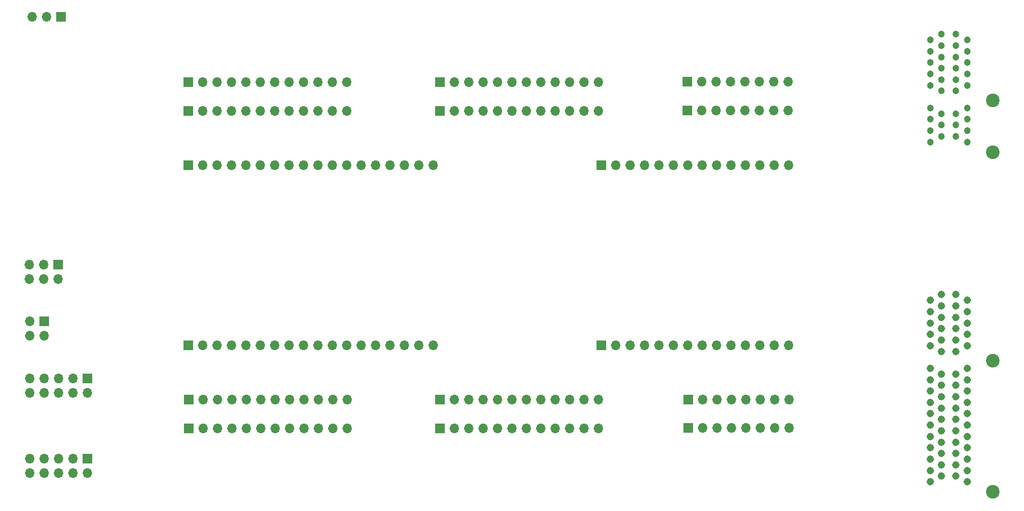
<source format=gbs>
%TF.GenerationSoftware,KiCad,Pcbnew,7.0.8*%
%TF.CreationDate,2024-09-16T14:36:25-04:00*%
%TF.ProjectId,breakout_pcie,62726561-6b6f-4757-945f-706369652e6b,rev?*%
%TF.SameCoordinates,Original*%
%TF.FileFunction,Soldermask,Bot*%
%TF.FilePolarity,Negative*%
%FSLAX46Y46*%
G04 Gerber Fmt 4.6, Leading zero omitted, Abs format (unit mm)*
G04 Created by KiCad (PCBNEW 7.0.8) date 2024-09-16 14:36:25*
%MOMM*%
%LPD*%
G01*
G04 APERTURE LIST*
%ADD10R,1.700000X1.700000*%
%ADD11O,1.700000X1.700000*%
%ADD12C,2.400000*%
%ADD13C,1.200000*%
%ADD14C,1.316000*%
G04 APERTURE END LIST*
D10*
%TO.C,J5*%
X172400000Y-80319975D03*
D11*
X174940000Y-80319975D03*
X177480000Y-80319975D03*
X180020000Y-80319975D03*
X182560000Y-80319975D03*
X185100000Y-80319975D03*
X187640000Y-80319975D03*
X190180000Y-80319975D03*
X192720000Y-80319975D03*
X195260000Y-80319975D03*
X197800000Y-80319975D03*
X200340000Y-80319975D03*
X202880000Y-80319975D03*
X205420000Y-80319975D03*
%TD*%
D10*
%TO.C,J9*%
X144000000Y-70719975D03*
D11*
X146540000Y-70719975D03*
X149080000Y-70719975D03*
X151620000Y-70719975D03*
X154160000Y-70719975D03*
X156700000Y-70719975D03*
X159240000Y-70719975D03*
X161780000Y-70719975D03*
X164320000Y-70719975D03*
X166860000Y-70719975D03*
X169400000Y-70719975D03*
X171940000Y-70719975D03*
%TD*%
D10*
%TO.C,J4*%
X99600000Y-112019975D03*
D11*
X102140000Y-112019975D03*
X104680000Y-112019975D03*
X107220000Y-112019975D03*
X109760000Y-112019975D03*
X112300000Y-112019975D03*
X114840000Y-112019975D03*
X117380000Y-112019975D03*
X119920000Y-112019975D03*
X122460000Y-112019975D03*
X125000000Y-112019975D03*
X127540000Y-112019975D03*
X130080000Y-112019975D03*
X132620000Y-112019975D03*
X135160000Y-112019975D03*
X137700000Y-112019975D03*
X140240000Y-112019975D03*
X142780000Y-112019975D03*
%TD*%
D10*
%TO.C,J16*%
X144000000Y-121619975D03*
D11*
X146540000Y-121619975D03*
X149080000Y-121619975D03*
X151620000Y-121619975D03*
X154160000Y-121619975D03*
X156700000Y-121619975D03*
X159240000Y-121619975D03*
X161780000Y-121619975D03*
X164320000Y-121619975D03*
X166860000Y-121619975D03*
X169400000Y-121619975D03*
X171940000Y-121619975D03*
%TD*%
D10*
%TO.C,J12*%
X187750000Y-126619975D03*
D11*
X190290000Y-126619975D03*
X192830000Y-126619975D03*
X195370000Y-126619975D03*
X197910000Y-126619975D03*
X200450000Y-126619975D03*
X202990000Y-126619975D03*
X205530000Y-126619975D03*
%TD*%
D10*
%TO.C,J17*%
X187600000Y-65564975D03*
D11*
X190140000Y-65564975D03*
X192680000Y-65564975D03*
X195220000Y-65564975D03*
X197760000Y-65564975D03*
X200300000Y-65564975D03*
X202840000Y-65564975D03*
X205380000Y-65564975D03*
%TD*%
D10*
%TO.C,J23*%
X81785000Y-117865000D03*
D11*
X81785000Y-120405000D03*
X79245000Y-117865000D03*
X79245000Y-120405000D03*
X76705000Y-117865000D03*
X76705000Y-120405000D03*
X74165000Y-117865000D03*
X74165000Y-120405000D03*
X71625000Y-117865000D03*
X71625000Y-120405000D03*
%TD*%
D10*
%TO.C,J8*%
X99700000Y-126699975D03*
D11*
X102240000Y-126699975D03*
X104780000Y-126699975D03*
X107320000Y-126699975D03*
X109860000Y-126699975D03*
X112400000Y-126699975D03*
X114940000Y-126699975D03*
X117480000Y-126699975D03*
X120020000Y-126699975D03*
X122560000Y-126699975D03*
X125100000Y-126699975D03*
X127640000Y-126699975D03*
%TD*%
D10*
%TO.C,J3*%
X99600000Y-80319975D03*
D11*
X102140000Y-80319975D03*
X104680000Y-80319975D03*
X107220000Y-80319975D03*
X109760000Y-80319975D03*
X112300000Y-80319975D03*
X114840000Y-80319975D03*
X117380000Y-80319975D03*
X119920000Y-80319975D03*
X122460000Y-80319975D03*
X125000000Y-80319975D03*
X127540000Y-80319975D03*
X130080000Y-80319975D03*
X132620000Y-80319975D03*
X135160000Y-80319975D03*
X137700000Y-80319975D03*
X140240000Y-80319975D03*
X142780000Y-80319975D03*
%TD*%
D10*
%TO.C,J20*%
X76640000Y-97800000D03*
D11*
X76640000Y-100340000D03*
X74100000Y-97800000D03*
X74100000Y-100340000D03*
X71560000Y-97800000D03*
X71560000Y-100340000D03*
%TD*%
D10*
%TO.C,J13*%
X99600000Y-65639975D03*
D11*
X102140000Y-65639975D03*
X104680000Y-65639975D03*
X107220000Y-65639975D03*
X109760000Y-65639975D03*
X112300000Y-65639975D03*
X114840000Y-65639975D03*
X117380000Y-65639975D03*
X119920000Y-65639975D03*
X122460000Y-65639975D03*
X125000000Y-65639975D03*
X127540000Y-65639975D03*
%TD*%
D10*
%TO.C,J11*%
X187600000Y-70644975D03*
D11*
X190140000Y-70644975D03*
X192680000Y-70644975D03*
X195220000Y-70644975D03*
X197760000Y-70644975D03*
X200300000Y-70644975D03*
X202840000Y-70644975D03*
X205380000Y-70644975D03*
%TD*%
D10*
%TO.C,J21*%
X77125000Y-54100000D03*
D11*
X74585000Y-54100000D03*
X72045000Y-54100000D03*
%TD*%
D12*
%TO.C,J1*%
X241400000Y-78000000D03*
X241400000Y-68850000D03*
D13*
X234900000Y-57200000D03*
X236900000Y-58200000D03*
X234900000Y-59200000D03*
X236900000Y-60200000D03*
X234900000Y-61200000D03*
X236900000Y-62200000D03*
X234900000Y-63200000D03*
X236900000Y-64200000D03*
X234900000Y-65200000D03*
X236900000Y-66200000D03*
X234900000Y-67200000D03*
X236900000Y-70200000D03*
X234900000Y-71200000D03*
X236900000Y-72200000D03*
X234900000Y-73200000D03*
X236900000Y-74200000D03*
X234900000Y-75200000D03*
X236900000Y-76200000D03*
X232400000Y-57200000D03*
X230400000Y-58200000D03*
X232400000Y-59200000D03*
X230400000Y-60200000D03*
X232400000Y-61200000D03*
X230400000Y-62200000D03*
X232400000Y-63200000D03*
X230400000Y-64200000D03*
X232400000Y-65200000D03*
X230400000Y-66200000D03*
X232400000Y-67200000D03*
X230400000Y-70200000D03*
X232400000Y-71200000D03*
X230400000Y-72200000D03*
X232400000Y-73200000D03*
X230400000Y-74200000D03*
X232400000Y-75200000D03*
X230400000Y-76200000D03*
%TD*%
D10*
%TO.C,J6*%
X172450000Y-111994975D03*
D11*
X174990000Y-111994975D03*
X177530000Y-111994975D03*
X180070000Y-111994975D03*
X182610000Y-111994975D03*
X185150000Y-111994975D03*
X187690000Y-111994975D03*
X190230000Y-111994975D03*
X192770000Y-111994975D03*
X195310000Y-111994975D03*
X197850000Y-111994975D03*
X200390000Y-111994975D03*
X202930000Y-111994975D03*
X205470000Y-111994975D03*
%TD*%
D10*
%TO.C,J15*%
X144000000Y-65639975D03*
D11*
X146540000Y-65639975D03*
X149080000Y-65639975D03*
X151620000Y-65639975D03*
X154160000Y-65639975D03*
X156700000Y-65639975D03*
X159240000Y-65639975D03*
X161780000Y-65639975D03*
X164320000Y-65639975D03*
X166860000Y-65639975D03*
X169400000Y-65639975D03*
X171940000Y-65639975D03*
%TD*%
D10*
%TO.C,J7*%
X99600000Y-70719975D03*
D11*
X102140000Y-70719975D03*
X104680000Y-70719975D03*
X107220000Y-70719975D03*
X109760000Y-70719975D03*
X112300000Y-70719975D03*
X114840000Y-70719975D03*
X117380000Y-70719975D03*
X119920000Y-70719975D03*
X122460000Y-70719975D03*
X125000000Y-70719975D03*
X127540000Y-70719975D03*
%TD*%
D10*
%TO.C,J19*%
X74200000Y-107800000D03*
D11*
X74200000Y-110340000D03*
X71660000Y-107800000D03*
X71660000Y-110340000D03*
%TD*%
D10*
%TO.C,J18*%
X187750000Y-121619975D03*
D11*
X190290000Y-121619975D03*
X192850000Y-121619975D03*
X195370000Y-121619975D03*
X197910000Y-121619975D03*
X200450000Y-121619975D03*
X202990000Y-121619975D03*
X205530000Y-121619975D03*
%TD*%
D10*
%TO.C,J10*%
X144000000Y-126699975D03*
D11*
X146540000Y-126699975D03*
X149080000Y-126699975D03*
X151620000Y-126699975D03*
X154160000Y-126699975D03*
X156700000Y-126699975D03*
X159240000Y-126699975D03*
X161780000Y-126699975D03*
X164320000Y-126699975D03*
X166860000Y-126699975D03*
X169400000Y-126699975D03*
X171940000Y-126699975D03*
%TD*%
D10*
%TO.C,J14*%
X99700000Y-121619975D03*
D11*
X102240000Y-121619975D03*
X104780000Y-121619975D03*
X107320000Y-121619975D03*
X109860000Y-121619975D03*
X112400000Y-121619975D03*
X114940000Y-121619975D03*
X117480000Y-121619975D03*
X120020000Y-121619975D03*
X122560000Y-121619975D03*
X125100000Y-121619975D03*
X127640000Y-121619975D03*
%TD*%
D12*
%TO.C,J2*%
X241400000Y-137900000D03*
X241400000Y-114750000D03*
D14*
X234900000Y-103100000D03*
X236900000Y-104100000D03*
X234900000Y-105100000D03*
X236900000Y-106100000D03*
X234900000Y-107100000D03*
X236900000Y-108100000D03*
X234900000Y-109100000D03*
X236900000Y-110100000D03*
X234900000Y-111100000D03*
X236900000Y-112100000D03*
X234900000Y-113100000D03*
X236900000Y-116100000D03*
X234900000Y-117100000D03*
X236900000Y-118100000D03*
X234900000Y-119100000D03*
X236900000Y-120100000D03*
X234900000Y-121100000D03*
X236900000Y-122100000D03*
X234900000Y-123100000D03*
X236900000Y-124100000D03*
X234900000Y-125100000D03*
X236900000Y-126100000D03*
X234900000Y-127100000D03*
X236900000Y-128100000D03*
X234900000Y-129100000D03*
X236900000Y-130100000D03*
X234900000Y-131100000D03*
X236900000Y-132100000D03*
X234900000Y-133100000D03*
X236900000Y-134100000D03*
X234900000Y-135100000D03*
X236900000Y-136100000D03*
X232400000Y-103100000D03*
X230400000Y-104100000D03*
X232400000Y-105100000D03*
X230400000Y-106100000D03*
X232400000Y-107100000D03*
X230400000Y-108100000D03*
X232400000Y-109100000D03*
X230400000Y-110100000D03*
X232400000Y-111100000D03*
X230400000Y-112100000D03*
X232400000Y-113100000D03*
X230400000Y-116100000D03*
X232400000Y-117100000D03*
X230400000Y-118100000D03*
X232400000Y-119100000D03*
X230400000Y-120100000D03*
X232400000Y-121100000D03*
X230400000Y-122100000D03*
X232400000Y-123100000D03*
X230400000Y-124100000D03*
X232400000Y-125100000D03*
X230400000Y-126100000D03*
X232400000Y-127100000D03*
X230400000Y-128100000D03*
X232400000Y-129100000D03*
X230400000Y-130100000D03*
X232400000Y-131100000D03*
X230400000Y-132100000D03*
X232400000Y-133100000D03*
X230400000Y-134100000D03*
X232400000Y-135100000D03*
X230400000Y-136100000D03*
%TD*%
D10*
%TO.C,J22*%
X81785000Y-132000000D03*
D11*
X81785000Y-134540000D03*
X79245000Y-132000000D03*
X79245000Y-134540000D03*
X76705000Y-132000000D03*
X76705000Y-134540000D03*
X74165000Y-132000000D03*
X74165000Y-134540000D03*
X71625000Y-132000000D03*
X71625000Y-134540000D03*
%TD*%
M02*

</source>
